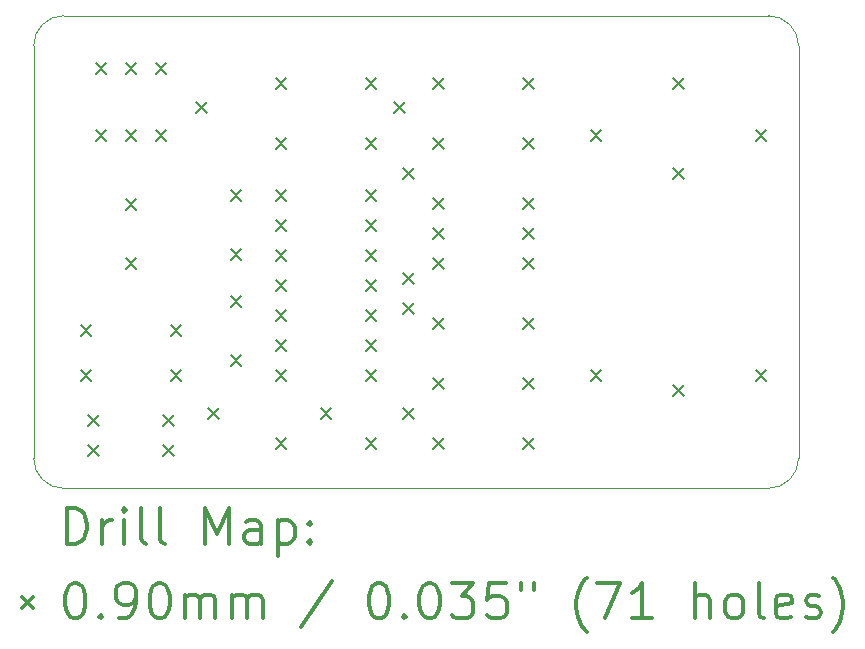
<source format=gbr>
%FSLAX45Y45*%
G04 Gerber Fmt 4.5, Leading zero omitted, Abs format (unit mm)*
G04 Created by KiCad (PCBNEW (5.0.2)-1) date 28-02-2019 22:41:06*
%MOMM*%
%LPD*%
G01*
G04 APERTURE LIST*
%ADD10C,0.100000*%
%ADD11C,0.200000*%
%ADD12C,0.300000*%
G04 APERTURE END LIST*
D10*
X12573000Y-11938000D02*
G75*
G02X12319000Y-11684000I0J254000D01*
G01*
X18796000Y-11684000D02*
G75*
G02X18542000Y-11938000I-254000J0D01*
G01*
X18542000Y-7937500D02*
G75*
G02X18796000Y-8191500I0J-254000D01*
G01*
X12319000Y-8191500D02*
G75*
G02X12573000Y-7937500I254000J0D01*
G01*
X12573000Y-11938000D02*
X18542000Y-11938000D01*
X12319000Y-8191500D02*
X12319000Y-11684000D01*
X18542000Y-7937500D02*
X12573000Y-7937500D01*
X18796000Y-11684000D02*
X18796000Y-8191500D01*
D11*
X13696400Y-8667200D02*
X13786400Y-8757200D01*
X13786400Y-8667200D02*
X13696400Y-8757200D01*
X13798000Y-11258000D02*
X13888000Y-11348000D01*
X13888000Y-11258000D02*
X13798000Y-11348000D01*
X14750500Y-11258000D02*
X14840500Y-11348000D01*
X14840500Y-11258000D02*
X14750500Y-11348000D01*
X15372800Y-8667200D02*
X15462800Y-8757200D01*
X15462800Y-8667200D02*
X15372800Y-8757200D01*
X15449000Y-9226000D02*
X15539000Y-9316000D01*
X15539000Y-9226000D02*
X15449000Y-9316000D01*
X15449000Y-10115000D02*
X15539000Y-10205000D01*
X15539000Y-10115000D02*
X15449000Y-10205000D01*
X15449000Y-10369000D02*
X15539000Y-10459000D01*
X15539000Y-10369000D02*
X15449000Y-10459000D01*
X15449000Y-11258000D02*
X15539000Y-11348000D01*
X15539000Y-11258000D02*
X15449000Y-11348000D01*
X15703000Y-9734000D02*
X15793000Y-9824000D01*
X15793000Y-9734000D02*
X15703000Y-9824000D01*
X16465000Y-9734000D02*
X16555000Y-9824000D01*
X16555000Y-9734000D02*
X16465000Y-9824000D01*
X17735000Y-8464000D02*
X17825000Y-8554000D01*
X17825000Y-8464000D02*
X17735000Y-8554000D01*
X17735000Y-9226000D02*
X17825000Y-9316000D01*
X17825000Y-9226000D02*
X17735000Y-9316000D01*
X14369500Y-8464000D02*
X14459500Y-8554000D01*
X14459500Y-8464000D02*
X14369500Y-8554000D01*
X15131500Y-8464000D02*
X15221500Y-8554000D01*
X15221500Y-8464000D02*
X15131500Y-8554000D01*
X12718500Y-10940500D02*
X12808500Y-11030500D01*
X12808500Y-10940500D02*
X12718500Y-11030500D01*
X13480500Y-10940500D02*
X13570500Y-11030500D01*
X13570500Y-10940500D02*
X13480500Y-11030500D01*
X13988500Y-9416500D02*
X14078500Y-9506500D01*
X14078500Y-9416500D02*
X13988500Y-9506500D01*
X13988500Y-9916500D02*
X14078500Y-10006500D01*
X14078500Y-9916500D02*
X13988500Y-10006500D01*
X15703000Y-8464000D02*
X15793000Y-8554000D01*
X15793000Y-8464000D02*
X15703000Y-8554000D01*
X16465000Y-8464000D02*
X16555000Y-8554000D01*
X16555000Y-8464000D02*
X16465000Y-8554000D01*
X15703000Y-9988000D02*
X15793000Y-10078000D01*
X15793000Y-9988000D02*
X15703000Y-10078000D01*
X16465000Y-9988000D02*
X16555000Y-10078000D01*
X16555000Y-9988000D02*
X16465000Y-10078000D01*
X15703000Y-11004000D02*
X15793000Y-11094000D01*
X15793000Y-11004000D02*
X15703000Y-11094000D01*
X16465000Y-11004000D02*
X16555000Y-11094000D01*
X16555000Y-11004000D02*
X16465000Y-11094000D01*
X12845500Y-8337000D02*
X12935500Y-8427000D01*
X12935500Y-8337000D02*
X12845500Y-8427000D01*
X12845500Y-8908500D02*
X12935500Y-8998500D01*
X12935500Y-8908500D02*
X12845500Y-8998500D01*
X13099500Y-8337000D02*
X13189500Y-8427000D01*
X13189500Y-8337000D02*
X13099500Y-8427000D01*
X13099500Y-8908500D02*
X13189500Y-8998500D01*
X13189500Y-8908500D02*
X13099500Y-8998500D01*
X13353500Y-8337000D02*
X13443500Y-8427000D01*
X13443500Y-8337000D02*
X13353500Y-8427000D01*
X13353500Y-8908500D02*
X13443500Y-8998500D01*
X13443500Y-8908500D02*
X13353500Y-8998500D01*
X12782000Y-11321500D02*
X12872000Y-11411500D01*
X12872000Y-11321500D02*
X12782000Y-11411500D01*
X12782000Y-11575500D02*
X12872000Y-11665500D01*
X12872000Y-11575500D02*
X12782000Y-11665500D01*
X13099500Y-9488000D02*
X13189500Y-9578000D01*
X13189500Y-9488000D02*
X13099500Y-9578000D01*
X13099500Y-9988000D02*
X13189500Y-10078000D01*
X13189500Y-9988000D02*
X13099500Y-10078000D01*
X14369500Y-11512000D02*
X14459500Y-11602000D01*
X14459500Y-11512000D02*
X14369500Y-11602000D01*
X15131500Y-11512000D02*
X15221500Y-11602000D01*
X15221500Y-11512000D02*
X15131500Y-11602000D01*
X13988500Y-10313500D02*
X14078500Y-10403500D01*
X14078500Y-10313500D02*
X13988500Y-10403500D01*
X13988500Y-10813500D02*
X14078500Y-10903500D01*
X14078500Y-10813500D02*
X13988500Y-10903500D01*
X12718500Y-10559500D02*
X12808500Y-10649500D01*
X12808500Y-10559500D02*
X12718500Y-10649500D01*
X13480500Y-10559500D02*
X13570500Y-10649500D01*
X13570500Y-10559500D02*
X13480500Y-10649500D01*
X14369500Y-8972000D02*
X14459500Y-9062000D01*
X14459500Y-8972000D02*
X14369500Y-9062000D01*
X15131500Y-8972000D02*
X15221500Y-9062000D01*
X15221500Y-8972000D02*
X15131500Y-9062000D01*
X15703000Y-9480000D02*
X15793000Y-9570000D01*
X15793000Y-9480000D02*
X15703000Y-9570000D01*
X16465000Y-9480000D02*
X16555000Y-9570000D01*
X16555000Y-9480000D02*
X16465000Y-9570000D01*
X17036500Y-8908500D02*
X17126500Y-8998500D01*
X17126500Y-8908500D02*
X17036500Y-8998500D01*
X17036500Y-10940500D02*
X17126500Y-11030500D01*
X17126500Y-10940500D02*
X17036500Y-11030500D01*
X18433500Y-8908500D02*
X18523500Y-8998500D01*
X18523500Y-8908500D02*
X18433500Y-8998500D01*
X18433500Y-10940500D02*
X18523500Y-11030500D01*
X18523500Y-10940500D02*
X18433500Y-11030500D01*
X15703000Y-10496000D02*
X15793000Y-10586000D01*
X15793000Y-10496000D02*
X15703000Y-10586000D01*
X16465000Y-10496000D02*
X16555000Y-10586000D01*
X16555000Y-10496000D02*
X16465000Y-10586000D01*
X15703000Y-8972000D02*
X15793000Y-9062000D01*
X15793000Y-8972000D02*
X15703000Y-9062000D01*
X16465000Y-8972000D02*
X16555000Y-9062000D01*
X16555000Y-8972000D02*
X16465000Y-9062000D01*
X14369500Y-9416500D02*
X14459500Y-9506500D01*
X14459500Y-9416500D02*
X14369500Y-9506500D01*
X14369500Y-9670500D02*
X14459500Y-9760500D01*
X14459500Y-9670500D02*
X14369500Y-9760500D01*
X14369500Y-9924500D02*
X14459500Y-10014500D01*
X14459500Y-9924500D02*
X14369500Y-10014500D01*
X14369500Y-10178500D02*
X14459500Y-10268500D01*
X14459500Y-10178500D02*
X14369500Y-10268500D01*
X14369500Y-10432500D02*
X14459500Y-10522500D01*
X14459500Y-10432500D02*
X14369500Y-10522500D01*
X14369500Y-10686500D02*
X14459500Y-10776500D01*
X14459500Y-10686500D02*
X14369500Y-10776500D01*
X14369500Y-10940500D02*
X14459500Y-11030500D01*
X14459500Y-10940500D02*
X14369500Y-11030500D01*
X15131500Y-9416500D02*
X15221500Y-9506500D01*
X15221500Y-9416500D02*
X15131500Y-9506500D01*
X15131500Y-9670500D02*
X15221500Y-9760500D01*
X15221500Y-9670500D02*
X15131500Y-9760500D01*
X15131500Y-9924500D02*
X15221500Y-10014500D01*
X15221500Y-9924500D02*
X15131500Y-10014500D01*
X15131500Y-10178500D02*
X15221500Y-10268500D01*
X15221500Y-10178500D02*
X15131500Y-10268500D01*
X15131500Y-10432500D02*
X15221500Y-10522500D01*
X15221500Y-10432500D02*
X15131500Y-10522500D01*
X15131500Y-10686500D02*
X15221500Y-10776500D01*
X15221500Y-10686500D02*
X15131500Y-10776500D01*
X15131500Y-10940500D02*
X15221500Y-11030500D01*
X15221500Y-10940500D02*
X15131500Y-11030500D01*
X13417000Y-11321500D02*
X13507000Y-11411500D01*
X13507000Y-11321500D02*
X13417000Y-11411500D01*
X13417000Y-11575500D02*
X13507000Y-11665500D01*
X13507000Y-11575500D02*
X13417000Y-11665500D01*
X15703000Y-11512000D02*
X15793000Y-11602000D01*
X15793000Y-11512000D02*
X15703000Y-11602000D01*
X16465000Y-11512000D02*
X16555000Y-11602000D01*
X16555000Y-11512000D02*
X16465000Y-11602000D01*
X17735000Y-11067500D02*
X17825000Y-11157500D01*
X17825000Y-11067500D02*
X17735000Y-11157500D01*
D12*
X12600428Y-12408714D02*
X12600428Y-12108714D01*
X12671857Y-12108714D01*
X12714714Y-12123000D01*
X12743286Y-12151571D01*
X12757571Y-12180143D01*
X12771857Y-12237286D01*
X12771857Y-12280143D01*
X12757571Y-12337286D01*
X12743286Y-12365857D01*
X12714714Y-12394429D01*
X12671857Y-12408714D01*
X12600428Y-12408714D01*
X12900428Y-12408714D02*
X12900428Y-12208714D01*
X12900428Y-12265857D02*
X12914714Y-12237286D01*
X12929000Y-12223000D01*
X12957571Y-12208714D01*
X12986143Y-12208714D01*
X13086143Y-12408714D02*
X13086143Y-12208714D01*
X13086143Y-12108714D02*
X13071857Y-12123000D01*
X13086143Y-12137286D01*
X13100428Y-12123000D01*
X13086143Y-12108714D01*
X13086143Y-12137286D01*
X13271857Y-12408714D02*
X13243286Y-12394429D01*
X13229000Y-12365857D01*
X13229000Y-12108714D01*
X13429000Y-12408714D02*
X13400428Y-12394429D01*
X13386143Y-12365857D01*
X13386143Y-12108714D01*
X13771857Y-12408714D02*
X13771857Y-12108714D01*
X13871857Y-12323000D01*
X13971857Y-12108714D01*
X13971857Y-12408714D01*
X14243286Y-12408714D02*
X14243286Y-12251571D01*
X14229000Y-12223000D01*
X14200428Y-12208714D01*
X14143286Y-12208714D01*
X14114714Y-12223000D01*
X14243286Y-12394429D02*
X14214714Y-12408714D01*
X14143286Y-12408714D01*
X14114714Y-12394429D01*
X14100428Y-12365857D01*
X14100428Y-12337286D01*
X14114714Y-12308714D01*
X14143286Y-12294429D01*
X14214714Y-12294429D01*
X14243286Y-12280143D01*
X14386143Y-12208714D02*
X14386143Y-12508714D01*
X14386143Y-12223000D02*
X14414714Y-12208714D01*
X14471857Y-12208714D01*
X14500428Y-12223000D01*
X14514714Y-12237286D01*
X14529000Y-12265857D01*
X14529000Y-12351571D01*
X14514714Y-12380143D01*
X14500428Y-12394429D01*
X14471857Y-12408714D01*
X14414714Y-12408714D01*
X14386143Y-12394429D01*
X14657571Y-12380143D02*
X14671857Y-12394429D01*
X14657571Y-12408714D01*
X14643286Y-12394429D01*
X14657571Y-12380143D01*
X14657571Y-12408714D01*
X14657571Y-12223000D02*
X14671857Y-12237286D01*
X14657571Y-12251571D01*
X14643286Y-12237286D01*
X14657571Y-12223000D01*
X14657571Y-12251571D01*
X12224000Y-12858000D02*
X12314000Y-12948000D01*
X12314000Y-12858000D02*
X12224000Y-12948000D01*
X12657571Y-12738714D02*
X12686143Y-12738714D01*
X12714714Y-12753000D01*
X12729000Y-12767286D01*
X12743286Y-12795857D01*
X12757571Y-12853000D01*
X12757571Y-12924429D01*
X12743286Y-12981571D01*
X12729000Y-13010143D01*
X12714714Y-13024429D01*
X12686143Y-13038714D01*
X12657571Y-13038714D01*
X12629000Y-13024429D01*
X12614714Y-13010143D01*
X12600428Y-12981571D01*
X12586143Y-12924429D01*
X12586143Y-12853000D01*
X12600428Y-12795857D01*
X12614714Y-12767286D01*
X12629000Y-12753000D01*
X12657571Y-12738714D01*
X12886143Y-13010143D02*
X12900428Y-13024429D01*
X12886143Y-13038714D01*
X12871857Y-13024429D01*
X12886143Y-13010143D01*
X12886143Y-13038714D01*
X13043286Y-13038714D02*
X13100428Y-13038714D01*
X13129000Y-13024429D01*
X13143286Y-13010143D01*
X13171857Y-12967286D01*
X13186143Y-12910143D01*
X13186143Y-12795857D01*
X13171857Y-12767286D01*
X13157571Y-12753000D01*
X13129000Y-12738714D01*
X13071857Y-12738714D01*
X13043286Y-12753000D01*
X13029000Y-12767286D01*
X13014714Y-12795857D01*
X13014714Y-12867286D01*
X13029000Y-12895857D01*
X13043286Y-12910143D01*
X13071857Y-12924429D01*
X13129000Y-12924429D01*
X13157571Y-12910143D01*
X13171857Y-12895857D01*
X13186143Y-12867286D01*
X13371857Y-12738714D02*
X13400428Y-12738714D01*
X13429000Y-12753000D01*
X13443286Y-12767286D01*
X13457571Y-12795857D01*
X13471857Y-12853000D01*
X13471857Y-12924429D01*
X13457571Y-12981571D01*
X13443286Y-13010143D01*
X13429000Y-13024429D01*
X13400428Y-13038714D01*
X13371857Y-13038714D01*
X13343286Y-13024429D01*
X13329000Y-13010143D01*
X13314714Y-12981571D01*
X13300428Y-12924429D01*
X13300428Y-12853000D01*
X13314714Y-12795857D01*
X13329000Y-12767286D01*
X13343286Y-12753000D01*
X13371857Y-12738714D01*
X13600428Y-13038714D02*
X13600428Y-12838714D01*
X13600428Y-12867286D02*
X13614714Y-12853000D01*
X13643286Y-12838714D01*
X13686143Y-12838714D01*
X13714714Y-12853000D01*
X13729000Y-12881571D01*
X13729000Y-13038714D01*
X13729000Y-12881571D02*
X13743286Y-12853000D01*
X13771857Y-12838714D01*
X13814714Y-12838714D01*
X13843286Y-12853000D01*
X13857571Y-12881571D01*
X13857571Y-13038714D01*
X14000428Y-13038714D02*
X14000428Y-12838714D01*
X14000428Y-12867286D02*
X14014714Y-12853000D01*
X14043286Y-12838714D01*
X14086143Y-12838714D01*
X14114714Y-12853000D01*
X14129000Y-12881571D01*
X14129000Y-13038714D01*
X14129000Y-12881571D02*
X14143286Y-12853000D01*
X14171857Y-12838714D01*
X14214714Y-12838714D01*
X14243286Y-12853000D01*
X14257571Y-12881571D01*
X14257571Y-13038714D01*
X14843286Y-12724429D02*
X14586143Y-13110143D01*
X15229000Y-12738714D02*
X15257571Y-12738714D01*
X15286143Y-12753000D01*
X15300428Y-12767286D01*
X15314714Y-12795857D01*
X15329000Y-12853000D01*
X15329000Y-12924429D01*
X15314714Y-12981571D01*
X15300428Y-13010143D01*
X15286143Y-13024429D01*
X15257571Y-13038714D01*
X15229000Y-13038714D01*
X15200428Y-13024429D01*
X15186143Y-13010143D01*
X15171857Y-12981571D01*
X15157571Y-12924429D01*
X15157571Y-12853000D01*
X15171857Y-12795857D01*
X15186143Y-12767286D01*
X15200428Y-12753000D01*
X15229000Y-12738714D01*
X15457571Y-13010143D02*
X15471857Y-13024429D01*
X15457571Y-13038714D01*
X15443286Y-13024429D01*
X15457571Y-13010143D01*
X15457571Y-13038714D01*
X15657571Y-12738714D02*
X15686143Y-12738714D01*
X15714714Y-12753000D01*
X15729000Y-12767286D01*
X15743286Y-12795857D01*
X15757571Y-12853000D01*
X15757571Y-12924429D01*
X15743286Y-12981571D01*
X15729000Y-13010143D01*
X15714714Y-13024429D01*
X15686143Y-13038714D01*
X15657571Y-13038714D01*
X15629000Y-13024429D01*
X15614714Y-13010143D01*
X15600428Y-12981571D01*
X15586143Y-12924429D01*
X15586143Y-12853000D01*
X15600428Y-12795857D01*
X15614714Y-12767286D01*
X15629000Y-12753000D01*
X15657571Y-12738714D01*
X15857571Y-12738714D02*
X16043286Y-12738714D01*
X15943286Y-12853000D01*
X15986143Y-12853000D01*
X16014714Y-12867286D01*
X16029000Y-12881571D01*
X16043286Y-12910143D01*
X16043286Y-12981571D01*
X16029000Y-13010143D01*
X16014714Y-13024429D01*
X15986143Y-13038714D01*
X15900428Y-13038714D01*
X15871857Y-13024429D01*
X15857571Y-13010143D01*
X16314714Y-12738714D02*
X16171857Y-12738714D01*
X16157571Y-12881571D01*
X16171857Y-12867286D01*
X16200428Y-12853000D01*
X16271857Y-12853000D01*
X16300428Y-12867286D01*
X16314714Y-12881571D01*
X16329000Y-12910143D01*
X16329000Y-12981571D01*
X16314714Y-13010143D01*
X16300428Y-13024429D01*
X16271857Y-13038714D01*
X16200428Y-13038714D01*
X16171857Y-13024429D01*
X16157571Y-13010143D01*
X16443286Y-12738714D02*
X16443286Y-12795857D01*
X16557571Y-12738714D02*
X16557571Y-12795857D01*
X17000428Y-13153000D02*
X16986143Y-13138714D01*
X16957571Y-13095857D01*
X16943286Y-13067286D01*
X16929000Y-13024429D01*
X16914714Y-12953000D01*
X16914714Y-12895857D01*
X16929000Y-12824429D01*
X16943286Y-12781571D01*
X16957571Y-12753000D01*
X16986143Y-12710143D01*
X17000428Y-12695857D01*
X17086143Y-12738714D02*
X17286143Y-12738714D01*
X17157571Y-13038714D01*
X17557571Y-13038714D02*
X17386143Y-13038714D01*
X17471857Y-13038714D02*
X17471857Y-12738714D01*
X17443286Y-12781571D01*
X17414714Y-12810143D01*
X17386143Y-12824429D01*
X17914714Y-13038714D02*
X17914714Y-12738714D01*
X18043286Y-13038714D02*
X18043286Y-12881571D01*
X18029000Y-12853000D01*
X18000428Y-12838714D01*
X17957571Y-12838714D01*
X17929000Y-12853000D01*
X17914714Y-12867286D01*
X18229000Y-13038714D02*
X18200428Y-13024429D01*
X18186143Y-13010143D01*
X18171857Y-12981571D01*
X18171857Y-12895857D01*
X18186143Y-12867286D01*
X18200428Y-12853000D01*
X18229000Y-12838714D01*
X18271857Y-12838714D01*
X18300428Y-12853000D01*
X18314714Y-12867286D01*
X18329000Y-12895857D01*
X18329000Y-12981571D01*
X18314714Y-13010143D01*
X18300428Y-13024429D01*
X18271857Y-13038714D01*
X18229000Y-13038714D01*
X18500428Y-13038714D02*
X18471857Y-13024429D01*
X18457571Y-12995857D01*
X18457571Y-12738714D01*
X18729000Y-13024429D02*
X18700428Y-13038714D01*
X18643286Y-13038714D01*
X18614714Y-13024429D01*
X18600428Y-12995857D01*
X18600428Y-12881571D01*
X18614714Y-12853000D01*
X18643286Y-12838714D01*
X18700428Y-12838714D01*
X18729000Y-12853000D01*
X18743286Y-12881571D01*
X18743286Y-12910143D01*
X18600428Y-12938714D01*
X18857571Y-13024429D02*
X18886143Y-13038714D01*
X18943286Y-13038714D01*
X18971857Y-13024429D01*
X18986143Y-12995857D01*
X18986143Y-12981571D01*
X18971857Y-12953000D01*
X18943286Y-12938714D01*
X18900428Y-12938714D01*
X18871857Y-12924429D01*
X18857571Y-12895857D01*
X18857571Y-12881571D01*
X18871857Y-12853000D01*
X18900428Y-12838714D01*
X18943286Y-12838714D01*
X18971857Y-12853000D01*
X19086143Y-13153000D02*
X19100428Y-13138714D01*
X19129000Y-13095857D01*
X19143286Y-13067286D01*
X19157571Y-13024429D01*
X19171857Y-12953000D01*
X19171857Y-12895857D01*
X19157571Y-12824429D01*
X19143286Y-12781571D01*
X19129000Y-12753000D01*
X19100428Y-12710143D01*
X19086143Y-12695857D01*
M02*

</source>
